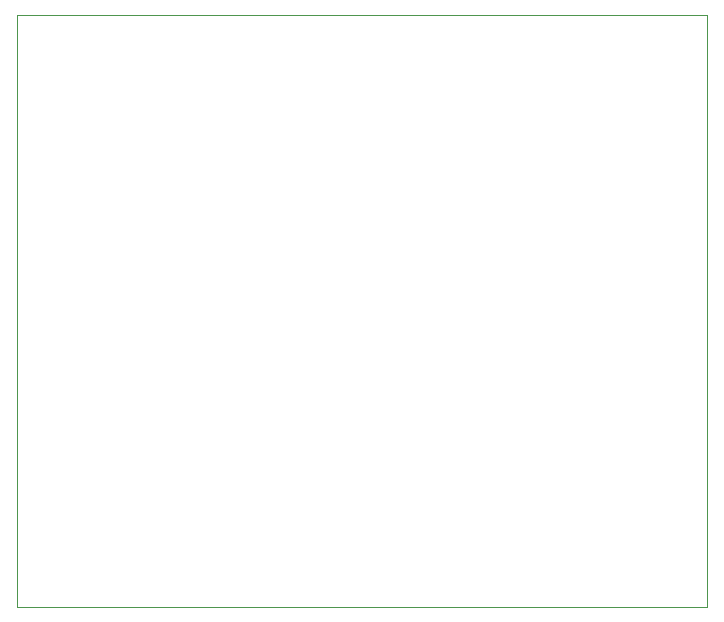
<source format=gbr>
%TF.GenerationSoftware,KiCad,Pcbnew,(6.0.8-1)-1*%
%TF.CreationDate,2022-12-25T14:42:35-06:00*%
%TF.ProjectId,M4_CAN_Feather_Carrier,4d345f43-414e-45f4-9665-61746865725f,rev?*%
%TF.SameCoordinates,Original*%
%TF.FileFunction,Profile,NP*%
%FSLAX46Y46*%
G04 Gerber Fmt 4.6, Leading zero omitted, Abs format (unit mm)*
G04 Created by KiCad (PCBNEW (6.0.8-1)-1) date 2022-12-25 14:42:35*
%MOMM*%
%LPD*%
G01*
G04 APERTURE LIST*
%TA.AperFunction,Profile*%
%ADD10C,0.001000*%
%TD*%
G04 APERTURE END LIST*
D10*
X80010000Y-62486000D02*
X138430000Y-62486000D01*
X138430000Y-62486000D02*
X138430000Y-112651000D01*
X138430000Y-112651000D02*
X80010000Y-112651000D01*
X80010000Y-112651000D02*
X80010000Y-62486000D01*
M02*

</source>
